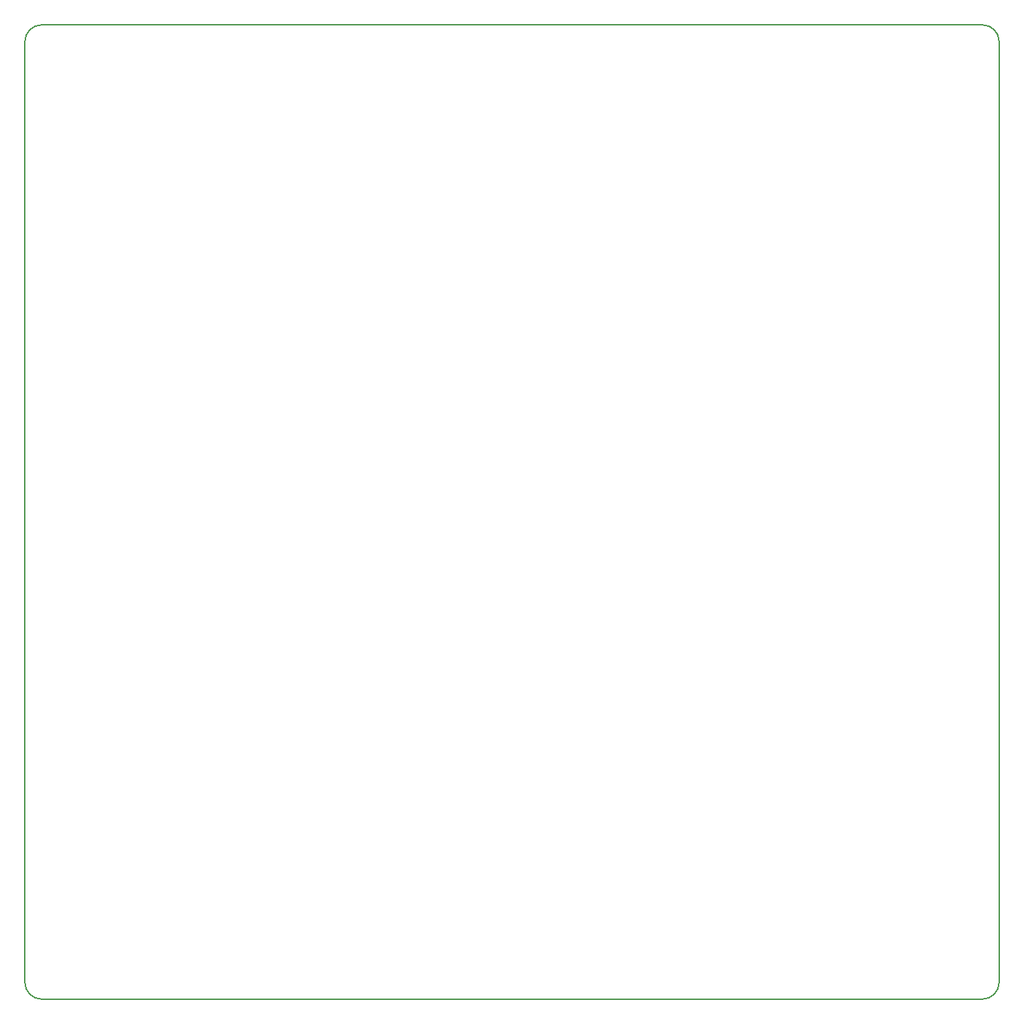
<source format=gbr>
G04 #@! TF.GenerationSoftware,KiCad,Pcbnew,no-vcs-found-1848834~58~ubuntu16.04.1*
G04 #@! TF.CreationDate,2017-06-18T23:28:25-07:00*
G04 #@! TF.ProjectId,DrGreenThumb,4472477265656E5468756D622E6B6963,rev?*
G04 #@! TF.FileFunction,Profile,NP*
%FSLAX46Y46*%
G04 Gerber Fmt 4.6, Leading zero omitted, Abs format (unit mm)*
G04 Created by KiCad (PCBNEW no-vcs-found-1848834~58~ubuntu16.04.1) date Sun Jun 18 23:28:25 2017*
%MOMM*%
%LPD*%
G01*
G04 APERTURE LIST*
%ADD10C,0.100000*%
%ADD11C,0.150000*%
G04 APERTURE END LIST*
D10*
D11*
X50000000Y-52000000D02*
G75*
G02X52000000Y-50000000I2000000J0D01*
G01*
X168000000Y-50000000D02*
G75*
G02X170000000Y-52000000I0J-2000000D01*
G01*
X170000000Y-168000000D02*
G75*
G02X168000000Y-170000000I-2000000J0D01*
G01*
X52000000Y-170000000D02*
G75*
G02X50000000Y-168000000I0J2000000D01*
G01*
X50000000Y-168000000D02*
X50000000Y-52000000D01*
X168000000Y-170000000D02*
X52000000Y-170000000D01*
X170000000Y-52000000D02*
X170000000Y-168000000D01*
X52000000Y-50000000D02*
X168000000Y-50000000D01*
M02*

</source>
